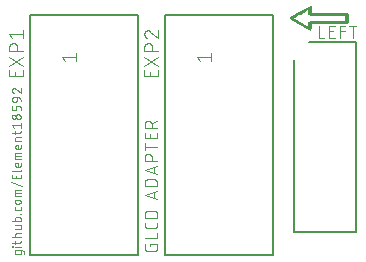
<source format=gto>
G04 EAGLE Gerber RS-274X export*
G75*
%MOMM*%
%FSLAX34Y34*%
%LPD*%
%INSilkscreen Top*%
%IPPOS*%
%AMOC8*
5,1,8,0,0,1.08239X$1,22.5*%
G01*
%ADD10C,0.101600*%
%ADD11C,0.076200*%
%ADD12C,0.127000*%
%ADD13C,0.200000*%

G36*
X259323Y194569D02*
X259323Y194569D01*
X259411Y194578D01*
X259421Y194583D01*
X259432Y194585D01*
X259508Y194631D01*
X259585Y194673D01*
X259592Y194682D01*
X259602Y194688D01*
X259653Y194760D01*
X259708Y194829D01*
X259711Y194841D01*
X259718Y194850D01*
X259760Y195011D01*
X259926Y196911D01*
X259924Y196930D01*
X259928Y196954D01*
X259934Y200532D01*
X261196Y200739D01*
X289045Y200739D01*
X289112Y200752D01*
X289180Y200757D01*
X289209Y200772D01*
X289235Y200777D01*
X289253Y200772D01*
X289257Y200772D01*
X289260Y200772D01*
X289284Y200775D01*
X289419Y200787D01*
X290880Y201175D01*
X290919Y201194D01*
X290962Y201204D01*
X291007Y201238D01*
X291058Y201263D01*
X291086Y201296D01*
X291122Y201322D01*
X291151Y201371D01*
X291187Y201414D01*
X291201Y201456D01*
X291223Y201493D01*
X291235Y201562D01*
X291248Y201603D01*
X291246Y201627D01*
X291251Y201657D01*
X291251Y207661D01*
X291242Y207705D01*
X291235Y207787D01*
X290820Y209373D01*
X290800Y209413D01*
X290790Y209457D01*
X290757Y209502D01*
X290732Y209552D01*
X290698Y209581D01*
X290672Y209617D01*
X290624Y209645D01*
X290582Y209682D01*
X290539Y209696D01*
X290501Y209718D01*
X290433Y209730D01*
X290393Y209743D01*
X290368Y209741D01*
X290337Y209746D01*
X260562Y209746D01*
X259934Y210536D01*
X259934Y212363D01*
X259934Y212364D01*
X259934Y212365D01*
X259932Y213081D01*
X259931Y213086D01*
X259932Y213092D01*
X259884Y215092D01*
X259869Y215157D01*
X259863Y215224D01*
X259847Y215253D01*
X259840Y215286D01*
X259801Y215340D01*
X259769Y215399D01*
X259743Y215420D01*
X259724Y215447D01*
X259666Y215482D01*
X259614Y215524D01*
X259582Y215533D01*
X259553Y215550D01*
X259487Y215560D01*
X259423Y215578D01*
X259385Y215575D01*
X259357Y215579D01*
X259317Y215568D01*
X259257Y215563D01*
X257774Y215170D01*
X257734Y215150D01*
X257658Y215123D01*
X250672Y211216D01*
X250671Y211216D01*
X250670Y211215D01*
X241958Y206294D01*
X241892Y206237D01*
X241823Y206183D01*
X241816Y206171D01*
X241808Y206164D01*
X241789Y206126D01*
X241738Y206040D01*
X241346Y205027D01*
X241334Y204956D01*
X241315Y204887D01*
X241318Y204859D01*
X241313Y204831D01*
X241330Y204761D01*
X241338Y204690D01*
X241352Y204665D01*
X241359Y204638D01*
X241401Y204580D01*
X241437Y204517D01*
X241462Y204497D01*
X241477Y204477D01*
X241513Y204455D01*
X241566Y204412D01*
X250276Y199488D01*
X250277Y199487D01*
X250278Y199487D01*
X257264Y195579D01*
X257266Y195579D01*
X257268Y195577D01*
X259023Y194616D01*
X259034Y194613D01*
X259043Y194606D01*
X259129Y194584D01*
X259213Y194558D01*
X259225Y194559D01*
X259236Y194556D01*
X259323Y194569D01*
G37*
%LPC*%
G36*
X256134Y198891D02*
X256134Y198891D01*
X245692Y204714D01*
X244855Y205267D01*
X245888Y205868D01*
X249369Y207831D01*
X250488Y208456D01*
X256889Y211989D01*
X257040Y211178D01*
X257040Y209223D01*
X257057Y209142D01*
X257067Y209060D01*
X257077Y209043D01*
X257080Y209028D01*
X257105Y208991D01*
X257147Y208914D01*
X258028Y207794D01*
X258060Y207767D01*
X258085Y207732D01*
X258135Y207703D01*
X258180Y207665D01*
X258220Y207653D01*
X258256Y207631D01*
X258328Y207619D01*
X258369Y207606D01*
X258392Y207608D01*
X258420Y207603D01*
X288052Y207603D01*
X288357Y206456D01*
X288357Y202983D01*
X286974Y202881D01*
X258977Y202881D01*
X258967Y202879D01*
X258958Y202881D01*
X258795Y202847D01*
X257351Y202280D01*
X257342Y202274D01*
X257331Y202272D01*
X257258Y202220D01*
X257184Y202172D01*
X257178Y202163D01*
X257169Y202157D01*
X257122Y202081D01*
X257072Y202007D01*
X257070Y201997D01*
X257065Y201987D01*
X257034Y201824D01*
X256980Y198549D01*
X256134Y198891D01*
G37*
%LPD*%
D10*
X123246Y12178D02*
X123246Y13914D01*
X129032Y13914D01*
X129032Y10442D01*
X129030Y10346D01*
X129024Y10251D01*
X129014Y10156D01*
X129000Y10061D01*
X128983Y9967D01*
X128961Y9874D01*
X128936Y9782D01*
X128907Y9691D01*
X128874Y9601D01*
X128837Y9512D01*
X128797Y9426D01*
X128753Y9341D01*
X128706Y9258D01*
X128655Y9176D01*
X128601Y9097D01*
X128544Y9021D01*
X128484Y8946D01*
X128420Y8875D01*
X128354Y8806D01*
X128285Y8740D01*
X128214Y8676D01*
X128139Y8616D01*
X128063Y8559D01*
X127984Y8505D01*
X127903Y8454D01*
X127819Y8407D01*
X127734Y8363D01*
X127648Y8323D01*
X127559Y8286D01*
X127469Y8253D01*
X127378Y8224D01*
X127286Y8199D01*
X127193Y8177D01*
X127099Y8160D01*
X127004Y8146D01*
X126909Y8136D01*
X126814Y8130D01*
X126718Y8128D01*
X120932Y8128D01*
X120836Y8130D01*
X120741Y8136D01*
X120646Y8146D01*
X120551Y8160D01*
X120457Y8177D01*
X120364Y8199D01*
X120272Y8224D01*
X120181Y8253D01*
X120091Y8286D01*
X120002Y8323D01*
X119916Y8363D01*
X119831Y8407D01*
X119748Y8454D01*
X119666Y8505D01*
X119587Y8559D01*
X119511Y8616D01*
X119436Y8676D01*
X119365Y8740D01*
X119296Y8806D01*
X119230Y8875D01*
X119166Y8946D01*
X119106Y9021D01*
X119049Y9097D01*
X118995Y9176D01*
X118944Y9257D01*
X118897Y9341D01*
X118853Y9426D01*
X118813Y9512D01*
X118776Y9601D01*
X118743Y9691D01*
X118714Y9782D01*
X118689Y9874D01*
X118667Y9967D01*
X118650Y10061D01*
X118636Y10156D01*
X118626Y10251D01*
X118620Y10346D01*
X118618Y10442D01*
X118618Y13914D01*
X118618Y19122D02*
X129032Y19122D01*
X129032Y23751D01*
X129032Y29956D02*
X129032Y32270D01*
X129032Y29956D02*
X129030Y29860D01*
X129024Y29765D01*
X129014Y29670D01*
X129000Y29575D01*
X128983Y29481D01*
X128961Y29388D01*
X128936Y29296D01*
X128907Y29205D01*
X128874Y29115D01*
X128837Y29026D01*
X128797Y28940D01*
X128753Y28855D01*
X128706Y28772D01*
X128655Y28690D01*
X128601Y28611D01*
X128544Y28535D01*
X128484Y28460D01*
X128420Y28389D01*
X128354Y28320D01*
X128285Y28254D01*
X128214Y28190D01*
X128139Y28130D01*
X128063Y28073D01*
X127984Y28019D01*
X127903Y27968D01*
X127819Y27921D01*
X127734Y27877D01*
X127648Y27837D01*
X127559Y27800D01*
X127469Y27767D01*
X127378Y27738D01*
X127286Y27713D01*
X127193Y27691D01*
X127099Y27674D01*
X127004Y27660D01*
X126909Y27650D01*
X126814Y27644D01*
X126718Y27642D01*
X120932Y27642D01*
X120836Y27644D01*
X120741Y27650D01*
X120646Y27660D01*
X120551Y27674D01*
X120457Y27691D01*
X120364Y27713D01*
X120272Y27738D01*
X120181Y27767D01*
X120091Y27800D01*
X120002Y27837D01*
X119916Y27877D01*
X119831Y27921D01*
X119748Y27968D01*
X119666Y28019D01*
X119587Y28073D01*
X119511Y28130D01*
X119436Y28190D01*
X119365Y28254D01*
X119296Y28320D01*
X119230Y28389D01*
X119166Y28460D01*
X119106Y28535D01*
X119049Y28611D01*
X118995Y28690D01*
X118944Y28771D01*
X118897Y28855D01*
X118853Y28940D01*
X118813Y29026D01*
X118776Y29115D01*
X118743Y29205D01*
X118714Y29296D01*
X118689Y29388D01*
X118667Y29481D01*
X118650Y29575D01*
X118636Y29670D01*
X118626Y29765D01*
X118620Y29860D01*
X118618Y29956D01*
X118618Y32270D01*
X118618Y36589D02*
X129032Y36589D01*
X118618Y36589D02*
X118618Y39481D01*
X118620Y39587D01*
X118626Y39692D01*
X118635Y39797D01*
X118649Y39902D01*
X118666Y40006D01*
X118687Y40110D01*
X118712Y40213D01*
X118741Y40314D01*
X118773Y40415D01*
X118809Y40514D01*
X118848Y40612D01*
X118892Y40709D01*
X118938Y40804D01*
X118988Y40897D01*
X119042Y40988D01*
X119098Y41077D01*
X119158Y41164D01*
X119221Y41249D01*
X119287Y41332D01*
X119356Y41412D01*
X119428Y41489D01*
X119503Y41564D01*
X119580Y41636D01*
X119660Y41705D01*
X119743Y41771D01*
X119828Y41834D01*
X119915Y41894D01*
X120004Y41950D01*
X120095Y42004D01*
X120188Y42054D01*
X120283Y42100D01*
X120380Y42144D01*
X120478Y42183D01*
X120577Y42219D01*
X120678Y42251D01*
X120779Y42280D01*
X120882Y42305D01*
X120986Y42326D01*
X121090Y42343D01*
X121195Y42357D01*
X121300Y42366D01*
X121405Y42372D01*
X121511Y42374D01*
X126139Y42374D01*
X126245Y42372D01*
X126350Y42366D01*
X126455Y42357D01*
X126560Y42343D01*
X126664Y42326D01*
X126768Y42305D01*
X126871Y42280D01*
X126972Y42251D01*
X127073Y42219D01*
X127172Y42183D01*
X127270Y42144D01*
X127367Y42100D01*
X127462Y42054D01*
X127555Y42004D01*
X127646Y41950D01*
X127735Y41894D01*
X127822Y41834D01*
X127907Y41771D01*
X127990Y41705D01*
X128070Y41636D01*
X128147Y41564D01*
X128222Y41489D01*
X128294Y41412D01*
X128363Y41332D01*
X128429Y41249D01*
X128492Y41164D01*
X128552Y41077D01*
X128608Y40988D01*
X128662Y40897D01*
X128712Y40804D01*
X128758Y40709D01*
X128802Y40612D01*
X128841Y40514D01*
X128877Y40415D01*
X128909Y40314D01*
X128938Y40213D01*
X128963Y40110D01*
X128984Y40006D01*
X129001Y39902D01*
X129015Y39797D01*
X129024Y39692D01*
X129030Y39587D01*
X129032Y39481D01*
X129032Y36589D01*
X129032Y52126D02*
X118618Y55598D01*
X129032Y59069D01*
X126429Y58201D02*
X126429Y52994D01*
X129032Y63335D02*
X118618Y63335D01*
X118618Y66227D01*
X118620Y66333D01*
X118626Y66438D01*
X118635Y66543D01*
X118649Y66648D01*
X118666Y66752D01*
X118687Y66856D01*
X118712Y66959D01*
X118741Y67060D01*
X118773Y67161D01*
X118809Y67260D01*
X118848Y67358D01*
X118892Y67455D01*
X118938Y67550D01*
X118988Y67643D01*
X119042Y67734D01*
X119098Y67823D01*
X119158Y67910D01*
X119221Y67995D01*
X119287Y68078D01*
X119356Y68158D01*
X119428Y68235D01*
X119503Y68310D01*
X119580Y68382D01*
X119660Y68451D01*
X119743Y68517D01*
X119828Y68580D01*
X119915Y68640D01*
X120004Y68696D01*
X120095Y68750D01*
X120188Y68800D01*
X120283Y68846D01*
X120380Y68890D01*
X120478Y68929D01*
X120577Y68965D01*
X120678Y68997D01*
X120779Y69026D01*
X120882Y69051D01*
X120986Y69072D01*
X121090Y69089D01*
X121195Y69103D01*
X121300Y69112D01*
X121405Y69118D01*
X121511Y69120D01*
X126139Y69120D01*
X126245Y69118D01*
X126350Y69112D01*
X126455Y69103D01*
X126560Y69089D01*
X126664Y69072D01*
X126768Y69051D01*
X126871Y69026D01*
X126972Y68997D01*
X127073Y68965D01*
X127172Y68929D01*
X127270Y68890D01*
X127367Y68846D01*
X127462Y68800D01*
X127555Y68750D01*
X127646Y68696D01*
X127735Y68640D01*
X127822Y68580D01*
X127907Y68517D01*
X127990Y68451D01*
X128070Y68382D01*
X128147Y68310D01*
X128222Y68235D01*
X128294Y68158D01*
X128363Y68078D01*
X128429Y67995D01*
X128492Y67910D01*
X128552Y67823D01*
X128608Y67734D01*
X128662Y67643D01*
X128712Y67550D01*
X128758Y67455D01*
X128802Y67358D01*
X128841Y67260D01*
X128877Y67161D01*
X128909Y67060D01*
X128938Y66959D01*
X128963Y66856D01*
X128984Y66752D01*
X129001Y66648D01*
X129015Y66543D01*
X129024Y66438D01*
X129030Y66333D01*
X129032Y66227D01*
X129032Y63335D01*
X129032Y73386D02*
X118618Y76857D01*
X129032Y80329D01*
X126429Y79461D02*
X126429Y74254D01*
X129032Y84755D02*
X118618Y84755D01*
X118618Y87648D01*
X118620Y87755D01*
X118626Y87862D01*
X118636Y87968D01*
X118650Y88074D01*
X118667Y88180D01*
X118689Y88284D01*
X118714Y88388D01*
X118744Y88491D01*
X118777Y88593D01*
X118813Y88693D01*
X118854Y88792D01*
X118898Y88889D01*
X118946Y88985D01*
X118997Y89079D01*
X119051Y89171D01*
X119109Y89261D01*
X119171Y89348D01*
X119235Y89434D01*
X119302Y89517D01*
X119373Y89597D01*
X119447Y89675D01*
X119523Y89750D01*
X119602Y89822D01*
X119683Y89891D01*
X119768Y89957D01*
X119854Y90020D01*
X119943Y90079D01*
X120034Y90135D01*
X120127Y90188D01*
X120221Y90238D01*
X120318Y90284D01*
X120416Y90326D01*
X120516Y90364D01*
X120617Y90399D01*
X120719Y90431D01*
X120823Y90458D01*
X120927Y90481D01*
X121032Y90501D01*
X121138Y90517D01*
X121244Y90529D01*
X121351Y90537D01*
X121458Y90541D01*
X121564Y90541D01*
X121671Y90537D01*
X121778Y90529D01*
X121884Y90517D01*
X121990Y90501D01*
X122095Y90481D01*
X122199Y90458D01*
X122303Y90431D01*
X122405Y90399D01*
X122506Y90364D01*
X122606Y90326D01*
X122704Y90284D01*
X122801Y90238D01*
X122895Y90188D01*
X122988Y90135D01*
X123079Y90079D01*
X123168Y90020D01*
X123254Y89957D01*
X123339Y89891D01*
X123420Y89822D01*
X123499Y89750D01*
X123575Y89675D01*
X123649Y89597D01*
X123720Y89517D01*
X123787Y89434D01*
X123851Y89348D01*
X123913Y89261D01*
X123971Y89171D01*
X124025Y89079D01*
X124076Y88985D01*
X124124Y88889D01*
X124168Y88792D01*
X124209Y88693D01*
X124245Y88593D01*
X124278Y88491D01*
X124308Y88388D01*
X124333Y88284D01*
X124355Y88180D01*
X124372Y88074D01*
X124386Y87968D01*
X124396Y87862D01*
X124402Y87755D01*
X124404Y87648D01*
X124404Y84755D01*
X129032Y96745D02*
X118618Y96745D01*
X118618Y93853D02*
X118618Y99638D01*
X129032Y103818D02*
X129032Y108447D01*
X129032Y103818D02*
X118618Y103818D01*
X118618Y108447D01*
X123246Y107289D02*
X123246Y103818D01*
X118618Y112782D02*
X129032Y112782D01*
X118618Y112782D02*
X118618Y115675D01*
X118620Y115782D01*
X118626Y115889D01*
X118636Y115995D01*
X118650Y116101D01*
X118667Y116207D01*
X118689Y116311D01*
X118714Y116415D01*
X118744Y116518D01*
X118777Y116620D01*
X118813Y116720D01*
X118854Y116819D01*
X118898Y116916D01*
X118946Y117012D01*
X118997Y117106D01*
X119051Y117198D01*
X119109Y117288D01*
X119171Y117375D01*
X119235Y117461D01*
X119302Y117544D01*
X119373Y117624D01*
X119447Y117702D01*
X119523Y117777D01*
X119602Y117849D01*
X119683Y117918D01*
X119768Y117984D01*
X119854Y118047D01*
X119943Y118106D01*
X120034Y118162D01*
X120127Y118215D01*
X120221Y118265D01*
X120318Y118311D01*
X120416Y118353D01*
X120516Y118391D01*
X120617Y118426D01*
X120719Y118458D01*
X120823Y118485D01*
X120927Y118508D01*
X121032Y118528D01*
X121138Y118544D01*
X121244Y118556D01*
X121351Y118564D01*
X121458Y118568D01*
X121564Y118568D01*
X121671Y118564D01*
X121778Y118556D01*
X121884Y118544D01*
X121990Y118528D01*
X122095Y118508D01*
X122199Y118485D01*
X122303Y118458D01*
X122405Y118426D01*
X122506Y118391D01*
X122606Y118353D01*
X122704Y118311D01*
X122801Y118265D01*
X122895Y118215D01*
X122988Y118162D01*
X123079Y118106D01*
X123168Y118047D01*
X123254Y117984D01*
X123339Y117918D01*
X123420Y117849D01*
X123499Y117777D01*
X123575Y117702D01*
X123649Y117624D01*
X123720Y117544D01*
X123787Y117461D01*
X123851Y117375D01*
X123913Y117288D01*
X123971Y117198D01*
X124025Y117106D01*
X124076Y117012D01*
X124124Y116916D01*
X124168Y116819D01*
X124209Y116720D01*
X124245Y116620D01*
X124278Y116518D01*
X124308Y116415D01*
X124333Y116311D01*
X124355Y116207D01*
X124372Y116101D01*
X124386Y115995D01*
X124396Y115889D01*
X124402Y115782D01*
X124404Y115675D01*
X124404Y112782D01*
X124404Y116253D02*
X129032Y118568D01*
X265938Y188468D02*
X265938Y198882D01*
X265938Y188468D02*
X270566Y188468D01*
X274853Y188468D02*
X279482Y188468D01*
X274853Y188468D02*
X274853Y198882D01*
X279482Y198882D01*
X278325Y194254D02*
X274853Y194254D01*
X283769Y198882D02*
X283769Y188468D01*
X283769Y198882D02*
X288397Y198882D01*
X288397Y194254D02*
X283769Y194254D01*
X294527Y198882D02*
X294527Y188468D01*
X291634Y198882D02*
X297419Y198882D01*
D11*
X13589Y8735D02*
X13589Y6689D01*
X13587Y6620D01*
X13581Y6552D01*
X13572Y6483D01*
X13558Y6416D01*
X13541Y6349D01*
X13520Y6283D01*
X13496Y6219D01*
X13467Y6156D01*
X13436Y6095D01*
X13401Y6036D01*
X13363Y5978D01*
X13321Y5923D01*
X13277Y5871D01*
X13229Y5821D01*
X13179Y5773D01*
X13127Y5729D01*
X13072Y5688D01*
X13014Y5649D01*
X12955Y5614D01*
X12894Y5583D01*
X12831Y5554D01*
X12767Y5530D01*
X12701Y5509D01*
X12634Y5492D01*
X12567Y5478D01*
X12499Y5469D01*
X12430Y5463D01*
X12361Y5461D01*
X9906Y5461D01*
X9837Y5463D01*
X9769Y5469D01*
X9700Y5478D01*
X9633Y5492D01*
X9566Y5509D01*
X9500Y5530D01*
X9436Y5554D01*
X9373Y5583D01*
X9312Y5614D01*
X9253Y5649D01*
X9195Y5687D01*
X9140Y5729D01*
X9088Y5773D01*
X9038Y5821D01*
X8990Y5871D01*
X8946Y5923D01*
X8904Y5978D01*
X8866Y6036D01*
X8831Y6095D01*
X8800Y6156D01*
X8771Y6219D01*
X8747Y6283D01*
X8726Y6349D01*
X8709Y6416D01*
X8695Y6483D01*
X8686Y6552D01*
X8680Y6620D01*
X8678Y6689D01*
X8678Y8735D01*
X14817Y8735D01*
X14886Y8733D01*
X14954Y8727D01*
X15023Y8718D01*
X15090Y8704D01*
X15157Y8687D01*
X15223Y8666D01*
X15287Y8642D01*
X15350Y8613D01*
X15411Y8582D01*
X15470Y8547D01*
X15528Y8509D01*
X15583Y8467D01*
X15635Y8423D01*
X15685Y8375D01*
X15733Y8325D01*
X15777Y8273D01*
X15819Y8218D01*
X15857Y8160D01*
X15892Y8101D01*
X15923Y8040D01*
X15952Y7977D01*
X15976Y7913D01*
X15997Y7847D01*
X16014Y7780D01*
X16028Y7713D01*
X16037Y7644D01*
X16043Y7576D01*
X16045Y7507D01*
X16044Y7507D02*
X16044Y5870D01*
X13589Y12016D02*
X8678Y12016D01*
X6632Y11811D02*
X6223Y11811D01*
X6223Y12220D01*
X6632Y12220D01*
X6632Y11811D01*
X8678Y14381D02*
X8678Y16837D01*
X6223Y15200D02*
X12361Y15200D01*
X12361Y15199D02*
X12430Y15201D01*
X12498Y15207D01*
X12567Y15216D01*
X12634Y15230D01*
X12701Y15247D01*
X12767Y15268D01*
X12831Y15292D01*
X12894Y15321D01*
X12955Y15352D01*
X13014Y15387D01*
X13072Y15425D01*
X13127Y15467D01*
X13179Y15511D01*
X13229Y15559D01*
X13277Y15609D01*
X13321Y15661D01*
X13363Y15716D01*
X13401Y15774D01*
X13436Y15833D01*
X13467Y15894D01*
X13496Y15957D01*
X13520Y16021D01*
X13541Y16087D01*
X13558Y16154D01*
X13572Y16221D01*
X13581Y16290D01*
X13587Y16358D01*
X13589Y16427D01*
X13589Y16837D01*
X13589Y19888D02*
X6223Y19888D01*
X8678Y19888D02*
X8678Y21934D01*
X8680Y22003D01*
X8686Y22071D01*
X8695Y22140D01*
X8709Y22207D01*
X8726Y22274D01*
X8747Y22340D01*
X8771Y22404D01*
X8800Y22467D01*
X8831Y22528D01*
X8866Y22587D01*
X8904Y22645D01*
X8946Y22700D01*
X8990Y22752D01*
X9038Y22802D01*
X9088Y22850D01*
X9140Y22894D01*
X9195Y22936D01*
X9253Y22974D01*
X9312Y23009D01*
X9373Y23040D01*
X9436Y23069D01*
X9500Y23093D01*
X9566Y23114D01*
X9633Y23131D01*
X9700Y23145D01*
X9769Y23154D01*
X9837Y23160D01*
X9906Y23162D01*
X13589Y23162D01*
X12361Y26716D02*
X8678Y26716D01*
X12361Y26716D02*
X12430Y26718D01*
X12498Y26724D01*
X12567Y26733D01*
X12634Y26747D01*
X12701Y26764D01*
X12767Y26785D01*
X12831Y26809D01*
X12894Y26838D01*
X12955Y26869D01*
X13014Y26904D01*
X13072Y26942D01*
X13127Y26984D01*
X13179Y27028D01*
X13229Y27076D01*
X13277Y27126D01*
X13321Y27178D01*
X13363Y27233D01*
X13401Y27291D01*
X13436Y27350D01*
X13467Y27411D01*
X13496Y27474D01*
X13520Y27538D01*
X13541Y27604D01*
X13558Y27671D01*
X13572Y27738D01*
X13581Y27807D01*
X13587Y27875D01*
X13589Y27944D01*
X13589Y29990D01*
X8678Y29990D01*
X6223Y33584D02*
X13589Y33584D01*
X13589Y35630D01*
X13587Y35699D01*
X13581Y35767D01*
X13572Y35836D01*
X13558Y35903D01*
X13541Y35970D01*
X13520Y36036D01*
X13496Y36100D01*
X13467Y36163D01*
X13436Y36224D01*
X13401Y36283D01*
X13363Y36341D01*
X13321Y36396D01*
X13277Y36448D01*
X13229Y36498D01*
X13179Y36546D01*
X13127Y36590D01*
X13072Y36632D01*
X13014Y36670D01*
X12955Y36705D01*
X12894Y36736D01*
X12831Y36765D01*
X12767Y36789D01*
X12701Y36810D01*
X12634Y36827D01*
X12567Y36841D01*
X12498Y36850D01*
X12430Y36856D01*
X12361Y36858D01*
X9906Y36858D01*
X9837Y36856D01*
X9769Y36850D01*
X9700Y36841D01*
X9633Y36827D01*
X9566Y36810D01*
X9500Y36789D01*
X9436Y36765D01*
X9373Y36736D01*
X9312Y36705D01*
X9253Y36670D01*
X9195Y36632D01*
X9140Y36590D01*
X9088Y36546D01*
X9038Y36498D01*
X8990Y36448D01*
X8946Y36396D01*
X8905Y36341D01*
X8866Y36283D01*
X8831Y36224D01*
X8800Y36163D01*
X8771Y36100D01*
X8747Y36036D01*
X8726Y35970D01*
X8709Y35903D01*
X8695Y35836D01*
X8686Y35768D01*
X8680Y35699D01*
X8678Y35630D01*
X8678Y33584D01*
X13180Y39609D02*
X13589Y39609D01*
X13180Y39609D02*
X13180Y40018D01*
X13589Y40018D01*
X13589Y39609D01*
X13589Y44046D02*
X13589Y45683D01*
X13589Y44046D02*
X13587Y43977D01*
X13581Y43909D01*
X13572Y43840D01*
X13558Y43773D01*
X13541Y43706D01*
X13520Y43640D01*
X13496Y43576D01*
X13467Y43513D01*
X13436Y43452D01*
X13401Y43393D01*
X13363Y43335D01*
X13321Y43280D01*
X13277Y43228D01*
X13229Y43178D01*
X13179Y43130D01*
X13127Y43086D01*
X13072Y43045D01*
X13014Y43006D01*
X12955Y42971D01*
X12894Y42940D01*
X12831Y42911D01*
X12767Y42887D01*
X12701Y42866D01*
X12634Y42849D01*
X12567Y42835D01*
X12499Y42826D01*
X12430Y42820D01*
X12361Y42818D01*
X9906Y42818D01*
X9837Y42820D01*
X9769Y42826D01*
X9700Y42835D01*
X9633Y42849D01*
X9566Y42866D01*
X9500Y42887D01*
X9436Y42911D01*
X9373Y42940D01*
X9312Y42971D01*
X9253Y43006D01*
X9195Y43044D01*
X9140Y43086D01*
X9088Y43130D01*
X9038Y43178D01*
X8990Y43228D01*
X8946Y43280D01*
X8904Y43335D01*
X8866Y43393D01*
X8831Y43452D01*
X8800Y43513D01*
X8771Y43576D01*
X8747Y43640D01*
X8726Y43706D01*
X8709Y43773D01*
X8695Y43840D01*
X8686Y43909D01*
X8680Y43977D01*
X8678Y44046D01*
X8678Y45683D01*
X10315Y48418D02*
X11952Y48418D01*
X10315Y48417D02*
X10236Y48419D01*
X10157Y48425D01*
X10078Y48434D01*
X10000Y48447D01*
X9923Y48465D01*
X9847Y48485D01*
X9772Y48510D01*
X9698Y48538D01*
X9625Y48569D01*
X9554Y48605D01*
X9485Y48643D01*
X9418Y48685D01*
X9353Y48730D01*
X9290Y48778D01*
X9229Y48829D01*
X9172Y48883D01*
X9116Y48939D01*
X9064Y48998D01*
X9014Y49060D01*
X8968Y49124D01*
X8924Y49190D01*
X8884Y49258D01*
X8848Y49328D01*
X8814Y49400D01*
X8784Y49474D01*
X8758Y49548D01*
X8735Y49624D01*
X8717Y49701D01*
X8701Y49778D01*
X8690Y49857D01*
X8682Y49935D01*
X8678Y50014D01*
X8678Y50094D01*
X8682Y50173D01*
X8690Y50251D01*
X8701Y50330D01*
X8717Y50407D01*
X8735Y50484D01*
X8758Y50560D01*
X8784Y50634D01*
X8814Y50708D01*
X8848Y50780D01*
X8884Y50850D01*
X8924Y50918D01*
X8968Y50984D01*
X9014Y51048D01*
X9064Y51110D01*
X9116Y51169D01*
X9172Y51225D01*
X9229Y51279D01*
X9290Y51330D01*
X9353Y51378D01*
X9418Y51423D01*
X9485Y51465D01*
X9554Y51503D01*
X9625Y51539D01*
X9698Y51570D01*
X9772Y51598D01*
X9847Y51623D01*
X9923Y51643D01*
X10000Y51661D01*
X10078Y51674D01*
X10157Y51683D01*
X10236Y51689D01*
X10315Y51691D01*
X11952Y51691D01*
X12031Y51689D01*
X12110Y51683D01*
X12189Y51674D01*
X12267Y51661D01*
X12344Y51643D01*
X12420Y51623D01*
X12495Y51598D01*
X12569Y51570D01*
X12642Y51539D01*
X12713Y51503D01*
X12782Y51465D01*
X12849Y51423D01*
X12914Y51378D01*
X12977Y51330D01*
X13038Y51279D01*
X13095Y51225D01*
X13151Y51169D01*
X13203Y51110D01*
X13253Y51048D01*
X13299Y50984D01*
X13343Y50918D01*
X13383Y50850D01*
X13419Y50780D01*
X13453Y50708D01*
X13483Y50634D01*
X13509Y50560D01*
X13532Y50484D01*
X13550Y50407D01*
X13566Y50330D01*
X13577Y50251D01*
X13585Y50173D01*
X13589Y50094D01*
X13589Y50014D01*
X13585Y49935D01*
X13577Y49857D01*
X13566Y49778D01*
X13550Y49701D01*
X13532Y49624D01*
X13509Y49548D01*
X13483Y49474D01*
X13453Y49400D01*
X13419Y49328D01*
X13383Y49258D01*
X13343Y49190D01*
X13299Y49124D01*
X13253Y49060D01*
X13203Y48998D01*
X13151Y48939D01*
X13095Y48883D01*
X13038Y48829D01*
X12977Y48778D01*
X12914Y48730D01*
X12849Y48685D01*
X12782Y48643D01*
X12713Y48605D01*
X12642Y48569D01*
X12569Y48538D01*
X12495Y48510D01*
X12420Y48485D01*
X12344Y48465D01*
X12267Y48447D01*
X12189Y48434D01*
X12110Y48425D01*
X12031Y48419D01*
X11952Y48417D01*
X13589Y55158D02*
X8678Y55158D01*
X8678Y58841D01*
X8680Y58910D01*
X8686Y58978D01*
X8695Y59047D01*
X8709Y59114D01*
X8726Y59181D01*
X8747Y59247D01*
X8771Y59311D01*
X8800Y59374D01*
X8831Y59435D01*
X8866Y59494D01*
X8904Y59552D01*
X8946Y59607D01*
X8990Y59659D01*
X9038Y59709D01*
X9088Y59757D01*
X9140Y59801D01*
X9195Y59843D01*
X9253Y59881D01*
X9312Y59916D01*
X9373Y59947D01*
X9436Y59976D01*
X9500Y60000D01*
X9566Y60021D01*
X9633Y60038D01*
X9700Y60052D01*
X9769Y60061D01*
X9837Y60067D01*
X9906Y60069D01*
X13589Y60069D01*
X13589Y57613D02*
X8678Y57613D01*
X14407Y63292D02*
X5405Y66565D01*
X13589Y69726D02*
X13589Y72999D01*
X13589Y69726D02*
X6223Y69726D01*
X6223Y72999D01*
X9497Y72181D02*
X9497Y69726D01*
X12361Y75810D02*
X6223Y75810D01*
X12361Y75810D02*
X12430Y75812D01*
X12498Y75818D01*
X12567Y75827D01*
X12634Y75841D01*
X12701Y75858D01*
X12767Y75879D01*
X12831Y75903D01*
X12894Y75932D01*
X12955Y75963D01*
X13014Y75998D01*
X13072Y76036D01*
X13127Y76078D01*
X13179Y76122D01*
X13229Y76170D01*
X13277Y76220D01*
X13321Y76272D01*
X13363Y76327D01*
X13401Y76385D01*
X13436Y76444D01*
X13467Y76505D01*
X13496Y76568D01*
X13520Y76632D01*
X13541Y76698D01*
X13558Y76765D01*
X13572Y76832D01*
X13581Y76901D01*
X13587Y76969D01*
X13589Y77038D01*
X13589Y80857D02*
X13589Y82903D01*
X13589Y80857D02*
X13587Y80788D01*
X13581Y80720D01*
X13572Y80651D01*
X13558Y80584D01*
X13541Y80517D01*
X13520Y80451D01*
X13496Y80387D01*
X13467Y80324D01*
X13436Y80263D01*
X13401Y80204D01*
X13363Y80146D01*
X13321Y80091D01*
X13277Y80039D01*
X13229Y79989D01*
X13179Y79941D01*
X13127Y79897D01*
X13072Y79856D01*
X13014Y79817D01*
X12955Y79782D01*
X12894Y79751D01*
X12831Y79722D01*
X12767Y79698D01*
X12701Y79677D01*
X12634Y79660D01*
X12567Y79646D01*
X12499Y79637D01*
X12430Y79631D01*
X12361Y79629D01*
X10315Y79629D01*
X10236Y79631D01*
X10157Y79637D01*
X10078Y79646D01*
X10000Y79659D01*
X9923Y79677D01*
X9847Y79697D01*
X9772Y79722D01*
X9698Y79750D01*
X9625Y79781D01*
X9554Y79817D01*
X9485Y79855D01*
X9418Y79897D01*
X9353Y79942D01*
X9290Y79990D01*
X9229Y80041D01*
X9172Y80095D01*
X9116Y80151D01*
X9064Y80210D01*
X9014Y80272D01*
X8968Y80336D01*
X8924Y80402D01*
X8884Y80470D01*
X8848Y80540D01*
X8814Y80612D01*
X8784Y80686D01*
X8758Y80760D01*
X8735Y80836D01*
X8717Y80913D01*
X8701Y80990D01*
X8690Y81069D01*
X8682Y81147D01*
X8678Y81226D01*
X8678Y81306D01*
X8682Y81385D01*
X8690Y81463D01*
X8701Y81542D01*
X8717Y81619D01*
X8735Y81696D01*
X8758Y81772D01*
X8784Y81846D01*
X8814Y81920D01*
X8848Y81992D01*
X8884Y82062D01*
X8924Y82130D01*
X8968Y82196D01*
X9014Y82260D01*
X9064Y82322D01*
X9116Y82381D01*
X9172Y82437D01*
X9229Y82491D01*
X9290Y82542D01*
X9353Y82590D01*
X9418Y82635D01*
X9485Y82677D01*
X9554Y82715D01*
X9625Y82751D01*
X9698Y82782D01*
X9772Y82810D01*
X9847Y82835D01*
X9923Y82855D01*
X10000Y82873D01*
X10078Y82886D01*
X10157Y82895D01*
X10236Y82901D01*
X10315Y82903D01*
X11134Y82903D01*
X11134Y79629D01*
X13589Y86369D02*
X8678Y86369D01*
X8678Y90052D01*
X8680Y90121D01*
X8686Y90189D01*
X8695Y90258D01*
X8709Y90325D01*
X8726Y90392D01*
X8747Y90458D01*
X8771Y90522D01*
X8800Y90585D01*
X8831Y90646D01*
X8866Y90705D01*
X8904Y90763D01*
X8946Y90818D01*
X8990Y90870D01*
X9038Y90920D01*
X9088Y90968D01*
X9140Y91012D01*
X9195Y91054D01*
X9253Y91092D01*
X9312Y91127D01*
X9373Y91158D01*
X9436Y91187D01*
X9500Y91211D01*
X9566Y91232D01*
X9633Y91249D01*
X9700Y91263D01*
X9769Y91272D01*
X9837Y91278D01*
X9906Y91280D01*
X13589Y91280D01*
X13589Y88825D02*
X8678Y88825D01*
X13589Y95975D02*
X13589Y98021D01*
X13589Y95975D02*
X13587Y95906D01*
X13581Y95838D01*
X13572Y95769D01*
X13558Y95702D01*
X13541Y95635D01*
X13520Y95569D01*
X13496Y95505D01*
X13467Y95442D01*
X13436Y95381D01*
X13401Y95322D01*
X13363Y95264D01*
X13321Y95209D01*
X13277Y95157D01*
X13229Y95107D01*
X13179Y95059D01*
X13127Y95015D01*
X13072Y94974D01*
X13014Y94935D01*
X12955Y94900D01*
X12894Y94869D01*
X12831Y94840D01*
X12767Y94816D01*
X12701Y94795D01*
X12634Y94778D01*
X12567Y94764D01*
X12499Y94755D01*
X12430Y94749D01*
X12361Y94747D01*
X10315Y94747D01*
X10236Y94749D01*
X10157Y94755D01*
X10078Y94764D01*
X10000Y94777D01*
X9923Y94795D01*
X9847Y94815D01*
X9772Y94840D01*
X9698Y94868D01*
X9625Y94899D01*
X9554Y94935D01*
X9485Y94973D01*
X9418Y95015D01*
X9353Y95060D01*
X9290Y95108D01*
X9229Y95159D01*
X9172Y95213D01*
X9116Y95269D01*
X9064Y95328D01*
X9014Y95390D01*
X8968Y95454D01*
X8924Y95520D01*
X8884Y95588D01*
X8848Y95658D01*
X8814Y95730D01*
X8784Y95804D01*
X8758Y95878D01*
X8735Y95954D01*
X8717Y96031D01*
X8701Y96108D01*
X8690Y96187D01*
X8682Y96265D01*
X8678Y96344D01*
X8678Y96424D01*
X8682Y96503D01*
X8690Y96581D01*
X8701Y96660D01*
X8717Y96737D01*
X8735Y96814D01*
X8758Y96890D01*
X8784Y96964D01*
X8814Y97038D01*
X8848Y97110D01*
X8884Y97180D01*
X8924Y97248D01*
X8968Y97314D01*
X9014Y97378D01*
X9064Y97440D01*
X9116Y97499D01*
X9172Y97555D01*
X9229Y97609D01*
X9290Y97660D01*
X9353Y97708D01*
X9418Y97753D01*
X9485Y97795D01*
X9554Y97833D01*
X9625Y97869D01*
X9698Y97900D01*
X9772Y97928D01*
X9847Y97953D01*
X9923Y97973D01*
X10000Y97991D01*
X10078Y98004D01*
X10157Y98013D01*
X10236Y98019D01*
X10315Y98021D01*
X11134Y98021D01*
X11134Y94747D01*
X13589Y101331D02*
X8678Y101331D01*
X8678Y103377D01*
X8680Y103446D01*
X8686Y103514D01*
X8695Y103583D01*
X8709Y103650D01*
X8726Y103717D01*
X8747Y103783D01*
X8771Y103847D01*
X8800Y103910D01*
X8831Y103971D01*
X8866Y104030D01*
X8904Y104088D01*
X8946Y104143D01*
X8990Y104195D01*
X9038Y104245D01*
X9088Y104293D01*
X9140Y104337D01*
X9195Y104379D01*
X9253Y104417D01*
X9312Y104452D01*
X9373Y104483D01*
X9436Y104512D01*
X9500Y104536D01*
X9566Y104557D01*
X9633Y104574D01*
X9700Y104588D01*
X9769Y104597D01*
X9837Y104603D01*
X9906Y104605D01*
X9906Y104604D02*
X13589Y104604D01*
X8678Y107284D02*
X8678Y109739D01*
X6223Y108102D02*
X12361Y108102D01*
X12430Y108104D01*
X12498Y108110D01*
X12567Y108119D01*
X12634Y108133D01*
X12701Y108150D01*
X12767Y108171D01*
X12831Y108195D01*
X12894Y108224D01*
X12955Y108255D01*
X13014Y108290D01*
X13072Y108328D01*
X13127Y108370D01*
X13179Y108414D01*
X13229Y108462D01*
X13277Y108512D01*
X13321Y108564D01*
X13363Y108619D01*
X13401Y108677D01*
X13436Y108736D01*
X13467Y108797D01*
X13496Y108860D01*
X13520Y108924D01*
X13541Y108990D01*
X13558Y109057D01*
X13572Y109124D01*
X13581Y109193D01*
X13587Y109261D01*
X13589Y109330D01*
X13589Y109739D01*
X7860Y112626D02*
X6223Y114672D01*
X13589Y114672D01*
X13589Y112626D02*
X13589Y116718D01*
X11543Y119941D02*
X11454Y119943D01*
X11365Y119949D01*
X11276Y119959D01*
X11188Y119972D01*
X11100Y119989D01*
X11013Y120011D01*
X10928Y120036D01*
X10843Y120064D01*
X10760Y120097D01*
X10678Y120133D01*
X10598Y120172D01*
X10520Y120215D01*
X10444Y120261D01*
X10369Y120311D01*
X10297Y120364D01*
X10228Y120420D01*
X10161Y120479D01*
X10096Y120540D01*
X10035Y120605D01*
X9976Y120672D01*
X9920Y120741D01*
X9867Y120813D01*
X9817Y120888D01*
X9771Y120964D01*
X9728Y121042D01*
X9689Y121122D01*
X9653Y121204D01*
X9620Y121287D01*
X9592Y121372D01*
X9567Y121457D01*
X9545Y121544D01*
X9528Y121632D01*
X9515Y121720D01*
X9505Y121809D01*
X9499Y121898D01*
X9497Y121987D01*
X9499Y122076D01*
X9505Y122165D01*
X9515Y122254D01*
X9528Y122342D01*
X9545Y122430D01*
X9567Y122517D01*
X9592Y122602D01*
X9620Y122687D01*
X9653Y122770D01*
X9689Y122852D01*
X9728Y122932D01*
X9771Y123010D01*
X9817Y123086D01*
X9867Y123161D01*
X9920Y123233D01*
X9976Y123302D01*
X10035Y123369D01*
X10096Y123434D01*
X10161Y123495D01*
X10228Y123554D01*
X10297Y123610D01*
X10369Y123663D01*
X10444Y123713D01*
X10520Y123759D01*
X10598Y123802D01*
X10678Y123841D01*
X10760Y123877D01*
X10843Y123910D01*
X10928Y123938D01*
X11013Y123963D01*
X11100Y123985D01*
X11188Y124002D01*
X11276Y124015D01*
X11365Y124025D01*
X11454Y124031D01*
X11543Y124033D01*
X11632Y124031D01*
X11721Y124025D01*
X11810Y124015D01*
X11898Y124002D01*
X11986Y123985D01*
X12073Y123963D01*
X12158Y123938D01*
X12243Y123910D01*
X12326Y123877D01*
X12408Y123841D01*
X12488Y123802D01*
X12566Y123759D01*
X12642Y123713D01*
X12717Y123663D01*
X12789Y123610D01*
X12858Y123554D01*
X12925Y123495D01*
X12990Y123434D01*
X13051Y123369D01*
X13110Y123302D01*
X13166Y123233D01*
X13219Y123161D01*
X13269Y123086D01*
X13315Y123010D01*
X13358Y122932D01*
X13397Y122852D01*
X13433Y122770D01*
X13466Y122687D01*
X13494Y122602D01*
X13519Y122517D01*
X13541Y122430D01*
X13558Y122342D01*
X13571Y122254D01*
X13581Y122165D01*
X13587Y122076D01*
X13589Y121987D01*
X13587Y121898D01*
X13581Y121809D01*
X13571Y121720D01*
X13558Y121632D01*
X13541Y121544D01*
X13519Y121457D01*
X13494Y121372D01*
X13466Y121287D01*
X13433Y121204D01*
X13397Y121122D01*
X13358Y121042D01*
X13315Y120964D01*
X13269Y120888D01*
X13219Y120813D01*
X13166Y120741D01*
X13110Y120672D01*
X13051Y120605D01*
X12990Y120540D01*
X12925Y120479D01*
X12858Y120420D01*
X12789Y120364D01*
X12717Y120311D01*
X12642Y120261D01*
X12566Y120215D01*
X12488Y120172D01*
X12408Y120133D01*
X12326Y120097D01*
X12243Y120064D01*
X12158Y120036D01*
X12073Y120011D01*
X11986Y119989D01*
X11898Y119972D01*
X11810Y119959D01*
X11721Y119949D01*
X11632Y119943D01*
X11543Y119941D01*
X7860Y120350D02*
X7781Y120352D01*
X7702Y120358D01*
X7623Y120367D01*
X7545Y120380D01*
X7468Y120398D01*
X7392Y120418D01*
X7317Y120443D01*
X7243Y120471D01*
X7170Y120502D01*
X7099Y120538D01*
X7030Y120576D01*
X6963Y120618D01*
X6898Y120663D01*
X6835Y120711D01*
X6774Y120762D01*
X6717Y120816D01*
X6661Y120872D01*
X6609Y120931D01*
X6559Y120993D01*
X6513Y121057D01*
X6469Y121123D01*
X6429Y121191D01*
X6393Y121261D01*
X6359Y121333D01*
X6329Y121407D01*
X6303Y121481D01*
X6280Y121557D01*
X6262Y121634D01*
X6246Y121711D01*
X6235Y121790D01*
X6227Y121868D01*
X6223Y121947D01*
X6223Y122027D01*
X6227Y122106D01*
X6235Y122184D01*
X6246Y122263D01*
X6262Y122340D01*
X6280Y122417D01*
X6303Y122493D01*
X6329Y122567D01*
X6359Y122641D01*
X6393Y122713D01*
X6429Y122783D01*
X6469Y122851D01*
X6513Y122917D01*
X6559Y122981D01*
X6609Y123043D01*
X6661Y123102D01*
X6717Y123158D01*
X6774Y123212D01*
X6835Y123263D01*
X6898Y123311D01*
X6963Y123356D01*
X7030Y123398D01*
X7099Y123436D01*
X7170Y123472D01*
X7243Y123503D01*
X7317Y123531D01*
X7392Y123556D01*
X7468Y123576D01*
X7545Y123594D01*
X7623Y123607D01*
X7702Y123616D01*
X7781Y123622D01*
X7860Y123624D01*
X7939Y123622D01*
X8018Y123616D01*
X8097Y123607D01*
X8175Y123594D01*
X8252Y123576D01*
X8328Y123556D01*
X8403Y123531D01*
X8477Y123503D01*
X8550Y123472D01*
X8621Y123436D01*
X8690Y123398D01*
X8757Y123356D01*
X8822Y123311D01*
X8885Y123263D01*
X8946Y123212D01*
X9003Y123158D01*
X9059Y123102D01*
X9111Y123043D01*
X9161Y122981D01*
X9207Y122917D01*
X9251Y122851D01*
X9291Y122783D01*
X9327Y122713D01*
X9361Y122641D01*
X9391Y122567D01*
X9417Y122493D01*
X9440Y122417D01*
X9458Y122340D01*
X9474Y122263D01*
X9485Y122184D01*
X9493Y122106D01*
X9497Y122027D01*
X9497Y121947D01*
X9493Y121868D01*
X9485Y121790D01*
X9474Y121711D01*
X9458Y121634D01*
X9440Y121557D01*
X9417Y121481D01*
X9391Y121407D01*
X9361Y121333D01*
X9327Y121261D01*
X9291Y121191D01*
X9251Y121123D01*
X9207Y121057D01*
X9161Y120993D01*
X9111Y120931D01*
X9059Y120872D01*
X9003Y120816D01*
X8946Y120762D01*
X8885Y120711D01*
X8822Y120663D01*
X8757Y120618D01*
X8690Y120576D01*
X8621Y120538D01*
X8550Y120502D01*
X8477Y120471D01*
X8403Y120443D01*
X8328Y120418D01*
X8252Y120398D01*
X8175Y120380D01*
X8097Y120367D01*
X8018Y120358D01*
X7939Y120352D01*
X7860Y120350D01*
X13589Y127256D02*
X13589Y129711D01*
X13587Y129789D01*
X13582Y129867D01*
X13572Y129944D01*
X13559Y130021D01*
X13543Y130097D01*
X13523Y130172D01*
X13499Y130246D01*
X13472Y130319D01*
X13441Y130391D01*
X13407Y130461D01*
X13370Y130530D01*
X13329Y130596D01*
X13285Y130661D01*
X13239Y130723D01*
X13189Y130783D01*
X13137Y130841D01*
X13082Y130896D01*
X13024Y130948D01*
X12964Y130998D01*
X12902Y131044D01*
X12837Y131088D01*
X12771Y131129D01*
X12702Y131166D01*
X12632Y131200D01*
X12560Y131231D01*
X12487Y131258D01*
X12413Y131282D01*
X12338Y131302D01*
X12262Y131318D01*
X12185Y131331D01*
X12108Y131341D01*
X12030Y131346D01*
X11952Y131348D01*
X11134Y131348D01*
X11054Y131346D01*
X10974Y131340D01*
X10894Y131330D01*
X10815Y131317D01*
X10736Y131299D01*
X10659Y131278D01*
X10583Y131252D01*
X10508Y131223D01*
X10434Y131191D01*
X10362Y131155D01*
X10292Y131115D01*
X10225Y131072D01*
X10159Y131026D01*
X10096Y130976D01*
X10035Y130924D01*
X9976Y130869D01*
X9921Y130810D01*
X9869Y130750D01*
X9819Y130686D01*
X9773Y130620D01*
X9730Y130553D01*
X9690Y130483D01*
X9654Y130411D01*
X9622Y130337D01*
X9593Y130263D01*
X9567Y130186D01*
X9546Y130109D01*
X9528Y130030D01*
X9515Y129951D01*
X9505Y129871D01*
X9499Y129791D01*
X9497Y129711D01*
X9497Y127256D01*
X6223Y127256D01*
X6223Y131348D01*
X10315Y136208D02*
X10315Y138663D01*
X10315Y136208D02*
X10313Y136130D01*
X10308Y136052D01*
X10298Y135975D01*
X10285Y135898D01*
X10269Y135822D01*
X10249Y135747D01*
X10225Y135673D01*
X10198Y135600D01*
X10167Y135528D01*
X10133Y135458D01*
X10096Y135390D01*
X10055Y135323D01*
X10011Y135258D01*
X9965Y135196D01*
X9915Y135136D01*
X9863Y135078D01*
X9808Y135023D01*
X9750Y134971D01*
X9690Y134921D01*
X9628Y134875D01*
X9563Y134831D01*
X9497Y134790D01*
X9428Y134753D01*
X9358Y134719D01*
X9286Y134688D01*
X9213Y134661D01*
X9139Y134637D01*
X9064Y134617D01*
X8988Y134601D01*
X8911Y134588D01*
X8834Y134578D01*
X8756Y134573D01*
X8678Y134571D01*
X8269Y134571D01*
X8180Y134573D01*
X8091Y134579D01*
X8002Y134589D01*
X7914Y134602D01*
X7826Y134619D01*
X7739Y134641D01*
X7654Y134666D01*
X7569Y134694D01*
X7486Y134727D01*
X7404Y134763D01*
X7324Y134802D01*
X7246Y134845D01*
X7170Y134891D01*
X7095Y134941D01*
X7023Y134994D01*
X6954Y135050D01*
X6887Y135109D01*
X6822Y135170D01*
X6761Y135235D01*
X6702Y135302D01*
X6646Y135371D01*
X6593Y135443D01*
X6543Y135518D01*
X6497Y135594D01*
X6454Y135672D01*
X6415Y135752D01*
X6379Y135834D01*
X6346Y135917D01*
X6318Y136002D01*
X6293Y136087D01*
X6271Y136174D01*
X6254Y136262D01*
X6241Y136350D01*
X6231Y136439D01*
X6225Y136528D01*
X6223Y136617D01*
X6225Y136706D01*
X6231Y136795D01*
X6241Y136884D01*
X6254Y136972D01*
X6271Y137060D01*
X6293Y137147D01*
X6318Y137232D01*
X6346Y137317D01*
X6379Y137400D01*
X6415Y137482D01*
X6454Y137562D01*
X6497Y137640D01*
X6543Y137716D01*
X6593Y137791D01*
X6646Y137863D01*
X6702Y137932D01*
X6761Y137999D01*
X6822Y138064D01*
X6887Y138125D01*
X6954Y138184D01*
X7023Y138240D01*
X7095Y138293D01*
X7170Y138343D01*
X7246Y138389D01*
X7324Y138432D01*
X7404Y138471D01*
X7486Y138507D01*
X7569Y138540D01*
X7654Y138568D01*
X7739Y138593D01*
X7826Y138615D01*
X7914Y138632D01*
X8002Y138645D01*
X8091Y138655D01*
X8180Y138661D01*
X8269Y138663D01*
X10315Y138663D01*
X10315Y138664D02*
X10427Y138662D01*
X10538Y138656D01*
X10650Y138647D01*
X10761Y138634D01*
X10871Y138616D01*
X10981Y138596D01*
X11090Y138571D01*
X11198Y138543D01*
X11305Y138511D01*
X11411Y138475D01*
X11516Y138436D01*
X11619Y138393D01*
X11721Y138347D01*
X11821Y138297D01*
X11920Y138244D01*
X12016Y138187D01*
X12111Y138128D01*
X12203Y138065D01*
X12293Y137999D01*
X12381Y137930D01*
X12467Y137858D01*
X12550Y137783D01*
X12630Y137705D01*
X12708Y137625D01*
X12783Y137542D01*
X12855Y137456D01*
X12924Y137368D01*
X12990Y137278D01*
X13053Y137186D01*
X13112Y137091D01*
X13169Y136995D01*
X13222Y136896D01*
X13272Y136796D01*
X13318Y136694D01*
X13361Y136591D01*
X13400Y136486D01*
X13436Y136380D01*
X13468Y136273D01*
X13496Y136165D01*
X13521Y136056D01*
X13541Y135946D01*
X13559Y135836D01*
X13572Y135725D01*
X13581Y135613D01*
X13587Y135502D01*
X13589Y135390D01*
X6223Y144137D02*
X6225Y144222D01*
X6231Y144307D01*
X6241Y144391D01*
X6254Y144475D01*
X6272Y144559D01*
X6293Y144641D01*
X6318Y144722D01*
X6347Y144802D01*
X6380Y144881D01*
X6416Y144958D01*
X6456Y145033D01*
X6499Y145107D01*
X6545Y145178D01*
X6595Y145247D01*
X6648Y145314D01*
X6704Y145378D01*
X6763Y145439D01*
X6824Y145498D01*
X6888Y145554D01*
X6955Y145607D01*
X7024Y145657D01*
X7095Y145703D01*
X7169Y145746D01*
X7244Y145786D01*
X7321Y145822D01*
X7400Y145855D01*
X7480Y145884D01*
X7561Y145909D01*
X7643Y145930D01*
X7727Y145948D01*
X7811Y145961D01*
X7895Y145971D01*
X7980Y145977D01*
X8065Y145979D01*
X6223Y144137D02*
X6225Y144041D01*
X6231Y143945D01*
X6241Y143850D01*
X6254Y143755D01*
X6272Y143660D01*
X6293Y143567D01*
X6318Y143474D01*
X6347Y143383D01*
X6379Y143292D01*
X6415Y143203D01*
X6455Y143116D01*
X6498Y143030D01*
X6544Y142946D01*
X6594Y142864D01*
X6648Y142784D01*
X6704Y142707D01*
X6764Y142632D01*
X6826Y142559D01*
X6892Y142489D01*
X6960Y142421D01*
X7031Y142356D01*
X7104Y142295D01*
X7180Y142236D01*
X7259Y142180D01*
X7339Y142128D01*
X7422Y142079D01*
X7506Y142033D01*
X7592Y141991D01*
X7680Y141953D01*
X7769Y141918D01*
X7860Y141886D01*
X9497Y145365D02*
X9438Y145425D01*
X9376Y145482D01*
X9312Y145537D01*
X9245Y145588D01*
X9176Y145637D01*
X9106Y145683D01*
X9033Y145726D01*
X8959Y145766D01*
X8883Y145802D01*
X8805Y145835D01*
X8726Y145865D01*
X8646Y145892D01*
X8565Y145915D01*
X8483Y145934D01*
X8401Y145950D01*
X8317Y145963D01*
X8233Y145972D01*
X8149Y145977D01*
X8065Y145979D01*
X9497Y145365D02*
X13589Y141886D01*
X13589Y145979D01*
D12*
X112810Y208480D02*
X112810Y4880D01*
X21810Y4880D01*
X21810Y208480D01*
X112810Y208480D01*
D10*
X51364Y169531D02*
X48768Y172776D01*
X60452Y172776D01*
X60452Y169531D02*
X60452Y176022D01*
X15622Y161411D02*
X15622Y156219D01*
X3938Y156219D01*
X3938Y161411D01*
X9131Y160113D02*
X9131Y156219D01*
X15622Y165072D02*
X3938Y172861D01*
X3938Y165072D02*
X15622Y172861D01*
X15622Y177701D02*
X3938Y177701D01*
X3938Y180947D01*
X3940Y181060D01*
X3946Y181173D01*
X3956Y181286D01*
X3970Y181399D01*
X3987Y181511D01*
X4009Y181622D01*
X4034Y181732D01*
X4064Y181842D01*
X4097Y181950D01*
X4134Y182057D01*
X4174Y182163D01*
X4219Y182267D01*
X4267Y182370D01*
X4318Y182471D01*
X4373Y182570D01*
X4431Y182667D01*
X4493Y182762D01*
X4558Y182855D01*
X4626Y182945D01*
X4697Y183033D01*
X4772Y183119D01*
X4849Y183202D01*
X4929Y183282D01*
X5012Y183359D01*
X5098Y183434D01*
X5186Y183505D01*
X5276Y183573D01*
X5369Y183638D01*
X5464Y183700D01*
X5561Y183758D01*
X5660Y183813D01*
X5761Y183864D01*
X5864Y183912D01*
X5968Y183957D01*
X6074Y183997D01*
X6181Y184034D01*
X6289Y184067D01*
X6399Y184097D01*
X6509Y184122D01*
X6620Y184144D01*
X6732Y184161D01*
X6845Y184175D01*
X6958Y184185D01*
X7071Y184191D01*
X7184Y184193D01*
X7297Y184191D01*
X7410Y184185D01*
X7523Y184175D01*
X7636Y184161D01*
X7748Y184144D01*
X7859Y184122D01*
X7969Y184097D01*
X8079Y184067D01*
X8187Y184034D01*
X8294Y183997D01*
X8400Y183957D01*
X8504Y183912D01*
X8607Y183864D01*
X8708Y183813D01*
X8807Y183758D01*
X8904Y183700D01*
X8999Y183638D01*
X9092Y183573D01*
X9182Y183505D01*
X9270Y183434D01*
X9356Y183359D01*
X9439Y183282D01*
X9519Y183202D01*
X9596Y183119D01*
X9671Y183033D01*
X9742Y182945D01*
X9810Y182855D01*
X9875Y182762D01*
X9937Y182667D01*
X9995Y182570D01*
X10050Y182471D01*
X10101Y182370D01*
X10149Y182267D01*
X10194Y182163D01*
X10234Y182057D01*
X10271Y181950D01*
X10304Y181842D01*
X10334Y181732D01*
X10359Y181622D01*
X10381Y181511D01*
X10398Y181399D01*
X10412Y181286D01*
X10422Y181173D01*
X10428Y181060D01*
X10430Y180947D01*
X10429Y180947D02*
X10429Y177701D01*
X6534Y188581D02*
X3938Y191826D01*
X15622Y191826D01*
X15622Y188581D02*
X15622Y195072D01*
D12*
X227110Y208480D02*
X227110Y4880D01*
X136110Y4880D01*
X136110Y208480D01*
X227110Y208480D01*
D10*
X165664Y169531D02*
X163068Y172776D01*
X174752Y172776D01*
X174752Y169531D02*
X174752Y176022D01*
X129922Y161411D02*
X129922Y156219D01*
X118238Y156219D01*
X118238Y161411D01*
X123431Y160113D02*
X123431Y156219D01*
X129922Y165072D02*
X118238Y172861D01*
X118238Y165072D02*
X129922Y172861D01*
X129922Y177701D02*
X118238Y177701D01*
X118238Y180947D01*
X118240Y181060D01*
X118246Y181173D01*
X118256Y181286D01*
X118270Y181399D01*
X118287Y181511D01*
X118309Y181622D01*
X118334Y181732D01*
X118364Y181842D01*
X118397Y181950D01*
X118434Y182057D01*
X118474Y182163D01*
X118519Y182267D01*
X118567Y182370D01*
X118618Y182471D01*
X118673Y182570D01*
X118731Y182667D01*
X118793Y182762D01*
X118858Y182855D01*
X118926Y182945D01*
X118997Y183033D01*
X119072Y183119D01*
X119149Y183202D01*
X119229Y183282D01*
X119312Y183359D01*
X119398Y183434D01*
X119486Y183505D01*
X119576Y183573D01*
X119669Y183638D01*
X119764Y183700D01*
X119861Y183758D01*
X119960Y183813D01*
X120061Y183864D01*
X120164Y183912D01*
X120268Y183957D01*
X120374Y183997D01*
X120481Y184034D01*
X120589Y184067D01*
X120699Y184097D01*
X120809Y184122D01*
X120920Y184144D01*
X121032Y184161D01*
X121145Y184175D01*
X121258Y184185D01*
X121371Y184191D01*
X121484Y184193D01*
X121597Y184191D01*
X121710Y184185D01*
X121823Y184175D01*
X121936Y184161D01*
X122048Y184144D01*
X122159Y184122D01*
X122269Y184097D01*
X122379Y184067D01*
X122487Y184034D01*
X122594Y183997D01*
X122700Y183957D01*
X122804Y183912D01*
X122907Y183864D01*
X123008Y183813D01*
X123107Y183758D01*
X123204Y183700D01*
X123299Y183638D01*
X123392Y183573D01*
X123482Y183505D01*
X123570Y183434D01*
X123656Y183359D01*
X123739Y183282D01*
X123819Y183202D01*
X123896Y183119D01*
X123971Y183033D01*
X124042Y182945D01*
X124110Y182855D01*
X124175Y182762D01*
X124237Y182667D01*
X124295Y182570D01*
X124350Y182471D01*
X124401Y182370D01*
X124449Y182267D01*
X124494Y182163D01*
X124534Y182057D01*
X124571Y181950D01*
X124604Y181842D01*
X124634Y181732D01*
X124659Y181622D01*
X124681Y181511D01*
X124698Y181399D01*
X124712Y181286D01*
X124722Y181173D01*
X124728Y181060D01*
X124730Y180947D01*
X124729Y180947D02*
X124729Y177701D01*
X118238Y192151D02*
X118240Y192258D01*
X118246Y192364D01*
X118256Y192470D01*
X118269Y192576D01*
X118287Y192682D01*
X118308Y192786D01*
X118333Y192890D01*
X118362Y192993D01*
X118394Y193094D01*
X118431Y193194D01*
X118471Y193293D01*
X118514Y193391D01*
X118561Y193487D01*
X118612Y193581D01*
X118666Y193673D01*
X118723Y193763D01*
X118783Y193851D01*
X118847Y193936D01*
X118914Y194019D01*
X118984Y194100D01*
X119056Y194178D01*
X119132Y194254D01*
X119210Y194326D01*
X119291Y194396D01*
X119374Y194463D01*
X119459Y194527D01*
X119547Y194587D01*
X119637Y194644D01*
X119729Y194698D01*
X119823Y194749D01*
X119919Y194796D01*
X120017Y194839D01*
X120116Y194879D01*
X120216Y194916D01*
X120317Y194948D01*
X120420Y194977D01*
X120524Y195002D01*
X120628Y195023D01*
X120734Y195041D01*
X120840Y195054D01*
X120946Y195064D01*
X121052Y195070D01*
X121159Y195072D01*
X118238Y192151D02*
X118240Y192030D01*
X118246Y191909D01*
X118256Y191789D01*
X118269Y191668D01*
X118287Y191549D01*
X118308Y191429D01*
X118333Y191311D01*
X118362Y191194D01*
X118395Y191077D01*
X118431Y190962D01*
X118472Y190848D01*
X118515Y190735D01*
X118563Y190623D01*
X118614Y190514D01*
X118669Y190406D01*
X118727Y190299D01*
X118788Y190195D01*
X118853Y190093D01*
X118921Y189993D01*
X118992Y189895D01*
X119066Y189799D01*
X119143Y189706D01*
X119224Y189616D01*
X119307Y189528D01*
X119393Y189443D01*
X119482Y189360D01*
X119573Y189281D01*
X119667Y189204D01*
X119763Y189131D01*
X119861Y189061D01*
X119962Y188994D01*
X120065Y188930D01*
X120170Y188870D01*
X120277Y188812D01*
X120385Y188759D01*
X120495Y188709D01*
X120607Y188663D01*
X120720Y188620D01*
X120835Y188581D01*
X123431Y194098D02*
X123353Y194177D01*
X123273Y194253D01*
X123190Y194326D01*
X123104Y194396D01*
X123017Y194463D01*
X122926Y194527D01*
X122834Y194587D01*
X122740Y194645D01*
X122643Y194699D01*
X122545Y194749D01*
X122445Y194796D01*
X122344Y194840D01*
X122241Y194880D01*
X122136Y194916D01*
X122031Y194948D01*
X121924Y194977D01*
X121817Y195002D01*
X121708Y195024D01*
X121599Y195041D01*
X121490Y195055D01*
X121380Y195064D01*
X121269Y195070D01*
X121159Y195072D01*
X123431Y194098D02*
X129922Y188581D01*
X129922Y195072D01*
D13*
X245110Y170180D02*
X245110Y24480D01*
X297760Y24480D01*
X297760Y185380D01*
X257810Y185380D01*
M02*

</source>
